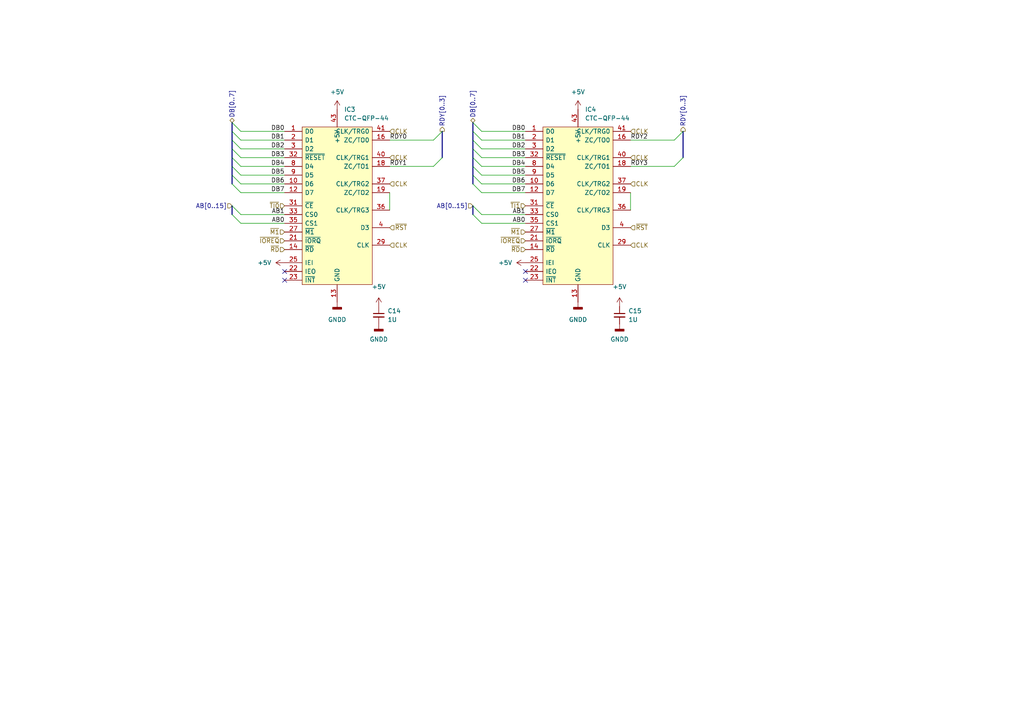
<source format=kicad_sch>
(kicad_sch (version 20211123) (generator eeschema)
  (paper "A4")
  (title_block (title "Z80 CPU INTERPOSER DMA AND DMA CONTROL") (date "2022-10-21") (rev "1030211022") (company "LISTOFOPTIONS"))
  (lib_symbols
    (symbol "CTC-QFP-44_1" (pin_names (offset 0.762))
      (property "Reference" "IC" (at 0 2.54 0))
      (property "Value" "CTC-QFP-44_1" (at 12.7 1.27 0))
      (symbol "CTC-QFP-44_1_0_0"
        (pin bidirectional line (at -5.08 -1.27 0) (length 5.08) (name "D0") (number "1"))
        (pin bidirectional line (at -5.08 -16.51 0) (length 5.08) (name "D6") (number "10"))
        (pin no_connect line (at 12.7 -10.16 0) (length 2.54) hide (name "NC") (number "11"))
        (pin bidirectional line (at -5.08 -19.05 0) (length 5.08) (name "D7") (number "12"))
        (pin power_in line (at 10.16 -50.8 90) (length 5.08) (name "GND") (number "13"))
        (pin input line (at -5.08 -35.56 0) (length 5.08) (name "~{RD}") (number "14"))
        (pin no_connect line (at 12.7 -17.78 0) (length 2.54) hide (name "NC") (number "15"))
        (pin output line (at 25.4 -3.81 180) (length 5.08) (name "ZC/TO0") (number "16"))
        (pin no_connect line (at 12.7 -12.7 0) (length 2.54) hide (name "NC") (number "17"))
        (pin output line (at 25.4 -11.43 180) (length 5.08) (name "ZC/TO1") (number "18"))
        (pin output line (at 25.4 -19.05 180) (length 5.08) (name "ZC/TO2") (number "19"))
        (pin bidirectional line (at -5.08 -3.81 0) (length 5.08) (name "D1") (number "2"))
        (pin no_connect line (at 12.7 -20.32 0) (length 2.54) hide (name "NC") (number "20"))
        (pin input line (at -5.08 -33.02 0) (length 5.08) (name "~{IORQ}") (number "21"))
        (pin output line (at -5.08 -41.91 0) (length 5.08) (name "IEO") (number "22"))
        (pin open_collector line (at -5.08 -44.45 0) (length 5.08) (name "~{INT}") (number "23"))
        (pin no_connect line (at 12.7 -15.24 0) (length 2.54) hide (name "NC") (number "24"))
        (pin input line (at -5.08 -39.37 0) (length 5.08) (name "IEI") (number "25"))
        (pin no_connect line (at 12.7 -22.86 0) (length 2.54) hide (name "NC") (number "26"))
        (pin input line (at -5.08 -30.48 0) (length 5.08) (name "~{M1}") (number "27"))
        (pin no_connect line (at 12.7 -25.4 0) (length 2.54) hide (name "NC") (number "28"))
        (pin input line (at 25.4 -34.29 180) (length 5.08) (name "CLK") (number "29"))
        (pin bidirectional line (at -5.08 -6.35 0) (length 5.08) (name "D2") (number "3"))
        (pin no_connect line (at 12.7 -43.18 0) (length 2.54) hide (name "NC") (number "30"))
        (pin input line (at -5.08 -22.86 0) (length 5.08) (name "~{CE}") (number "31"))
        (pin input line (at -5.08 -8.89 0) (length 5.08) (name "~{RESET}") (number "32"))
        (pin input line (at -5.08 -25.4 0) (length 5.08) (name "CS0") (number "33"))
        (pin no_connect line (at 12.7 -27.94 0) (length 2.54) hide (name "NC") (number "34"))
        (pin input line (at -5.08 -27.94 0) (length 5.08) (name "CS1") (number "35"))
        (pin input line (at 25.4 -24.13 180) (length 5.08) (name "CLK/TRG3") (number "36"))
        (pin input line (at 25.4 -16.51 180) (length 5.08) (name "CLK/TRG2") (number "37"))
        (pin no_connect line (at 12.7 -35.56 0) (length 2.54) hide (name "NC") (number "38"))
        (pin no_connect line (at 12.7 -40.64 0) (length 2.54) hide (name "NC") (number "39"))
        (pin bidirectional line (at 25.4 -29.21 180) (length 5.08) (name "D3") (number "4"))
        (pin input line (at 25.4 -8.89 180) (length 5.08) (name "CLK/TRG1") (number "40"))
        (pin input line (at 25.4 -1.27 180) (length 5.08) (name "CLK/TRG0") (number "41"))
        (pin no_connect line (at 12.7 -33.02 0) (length 2.54) hide (name "NC") (number "42"))
        (pin power_in line (at 10.16 5.08 270) (length 5.08) (name "+5V") (number "43"))
        (pin no_connect line (at 12.7 -38.1 0) (length 2.54) hide (name "NC") (number "44"))
        (pin no_connect line (at 12.7 -30.48 0) (length 2.54) hide (name "NC") (number "5"))
        (pin no_connect line (at 12.7 -7.62 0) (length 2.54) hide (name "NC") (number "6"))
        (pin no_connect line (at 12.7 -5.08 0) (length 2.54) hide (name "NC") (number "7"))
        (pin bidirectional line (at -5.08 -11.43 0) (length 5.08) (name "D4") (number "8"))
        (pin bidirectional line (at -5.08 -13.97 0) (length 5.08) (name "D5") (number "9"))
      )
      (symbol "CTC-QFP-44_1_0_1"
        (rectangle (start 0 0) (end 20.32 -45.72) (fill (type background)))
      )
    )
    (symbol "Device:C_Small" (pin_numbers hide) (pin_names (offset 0.254) hide)
      (property "Reference" "C" (at 0.254 1.778 0))
      (property "Value" "C_Small" (at 0.254 -2.032 0))
      (symbol "C_Small_0_1"
        (polyline (pts (xy -1.524 -0.508) (xy 1.524 -0.508)) (stroke (width 0.3302)))
        (polyline (pts (xy -1.524 0.508) (xy 1.524 0.508)) (stroke (width 0.3048)))
      )
      (symbol "C_Small_1_1"
        (pin passive line (at 0 2.54 270) (length 2.032) (name "~") (number "1"))
        (pin passive line (at 0 -2.54 90) (length 2.032) (name "~") (number "2"))
      )
    )
    (symbol "Zilog_Z80_Peripherals:CTC-QFP-44" (pin_names (offset 0.762))
      (property "Reference" "IC" (at 0 2.54 0))
      (property "Value" "CTC-QFP-44" (at 12.7 1.27 0))
      (symbol "CTC-QFP-44_0_0"
        (pin bidirectional line (at -5.08 -1.27 0) (length 5.08) (name "D0") (number "1"))
        (pin bidirectional line (at -5.08 -16.51 0) (length 5.08) (name "D6") (number "10"))
        (pin no_connect line (at 12.7 -10.16 0) (length 2.54) hide (name "NC") (number "11"))
        (pin bidirectional line (at -5.08 -19.05 0) (length 5.08) (name "D7") (number "12"))
        (pin power_in line (at 10.16 -50.8 90) (length 5.08) (name "GND") (number "13"))
        (pin input line (at -5.08 -35.56 0) (length 5.08) (name "~{RD}") (number "14"))
        (pin no_connect line (at 12.7 -17.78 0) (length 2.54) hide (name "NC") (number "15"))
        (pin output line (at 25.4 -3.81 180) (length 5.08) (name "ZC/TO0") (number "16"))
        (pin no_connect line (at 12.7 -12.7 0) (length 2.54) hide (name "NC") (number "17"))
        (pin output line (at 25.4 -11.43 180) (length 5.08) (name "ZC/TO1") (number "18"))
        (pin output line (at 25.4 -19.05 180) (length 5.08) (name "ZC/TO2") (number "19"))
        (pin bidirectional line (at -5.08 -3.81 0) (length 5.08) (name "D1") (number "2"))
        (pin no_connect line (at 12.7 -20.32 0) (length 2.54) hide (name "NC") (number "20"))
        (pin input line (at -5.08 -33.02 0) (length 5.08) (name "~{IORQ}") (number "21"))
        (pin output line (at -5.08 -41.91 0) (length 5.08) (name "IEO") (number "22"))
        (pin open_collector line (at -5.08 -44.45 0) (length 5.08) (name "~{INT}") (number "23"))
        (pin no_connect line (at 12.7 -15.24 0) (length 2.54) hide (name "NC") (number "24"))
        (pin input line (at -5.08 -39.37 0) (length 5.08) (name "IEI") (number "25"))
        (pin no_connect line (at 12.7 -22.86 0) (length 2.54) hide (name "NC") (number "26"))
        (pin input line (at -5.08 -30.48 0) (length 5.08) (name "~{M1}") (number "27"))
        (pin no_connect line (at 12.7 -25.4 0) (length 2.54) hide (name "NC") (number "28"))
        (pin input line (at 25.4 -34.29 180) (length 5.08) (name "CLK") (number "29"))
        (pin bidirectional line (at -5.08 -6.35 0) (length 5.08) (name "D2") (number "3"))
        (pin no_connect line (at 12.7 -43.18 0) (length 2.54) hide (name "NC") (number "30"))
        (pin input line (at -5.08 -22.86 0) (length 5.08) (name "~{CE}") (number "31"))
        (pin input line (at -5.08 -8.89 0) (length 5.08) (name "~{RESET}") (number "32"))
        (pin input line (at -5.08 -25.4 0) (length 5.08) (name "CS0") (number "33"))
        (pin no_connect line (at 12.7 -27.94 0) (length 2.54) hide (name "NC") (number "34"))
        (pin input line (at -5.08 -27.94 0) (length 5.08) (name "CS1") (number "35"))
        (pin input line (at 25.4 -24.13 180) (length 5.08) (name "CLK/TRG3") (number "36"))
        (pin input line (at 25.4 -16.51 180) (length 5.08) (name "CLK/TRG2") (number "37"))
        (pin no_connect line (at 12.7 -35.56 0) (length 2.54) hide (name "NC") (number "38"))
        (pin no_connect line (at 12.7 -40.64 0) (length 2.54) hide (name "NC") (number "39"))
        (pin bidirectional line (at 25.4 -29.21 180) (length 5.08) (name "D3") (number "4"))
        (pin input line (at 25.4 -8.89 180) (length 5.08) (name "CLK/TRG1") (number "40"))
        (pin input line (at 25.4 -1.27 180) (length 5.08) (name "CLK/TRG0") (number "41"))
        (pin no_connect line (at 12.7 -33.02 0) (length 2.54) hide (name "NC") (number "42"))
        (pin power_in line (at 10.16 5.08 270) (length 5.08) (name "+5V") (number "43"))
        (pin no_connect line (at 12.7 -38.1 0) (length 2.54) hide (name "NC") (number "44"))
        (pin no_connect line (at 12.7 -30.48 0) (length 2.54) hide (name "NC") (number "5"))
        (pin no_connect line (at 12.7 -7.62 0) (length 2.54) hide (name "NC") (number "6"))
        (pin no_connect line (at 12.7 -5.08 0) (length 2.54) hide (name "NC") (number "7"))
        (pin bidirectional line (at -5.08 -11.43 0) (length 5.08) (name "D4") (number "8"))
        (pin bidirectional line (at -5.08 -13.97 0) (length 5.08) (name "D5") (number "9"))
      )
      (symbol "CTC-QFP-44_0_1"
        (rectangle (start 0 0) (end 20.32 -45.72) (fill (type background)))
      )
    )
    (symbol "power:+5V" (power) (pin_names (offset 0))
      (property "Value" "+5V" (at 0 3.556 0))
      (symbol "+5V_0_1"
        (polyline (pts (xy -0.762 1.27) (xy 0 2.54)))
        (polyline (pts (xy 0 0) (xy 0 2.54)))
        (polyline (pts (xy 0 2.54) (xy 0.762 1.27)))
      )
      (symbol "+5V_1_1"
        (pin power_in line (at 0 0 90) (length 0) hide (name "+5V") (number "1"))
      )
    )
    (symbol "power:GNDD" (power) (pin_names (offset 0))
      (property "Value" "GNDD" (at 0 -3.175 0))
      (symbol "GNDD_0_1"
        (rectangle (start -1.27 -1.524) (end 1.27 -2.032) (stroke (width 0.254)) (fill (type outline)))
        (polyline (pts (xy 0 0) (xy 0 -1.524)))
      )
      (symbol "GNDD_1_1"
        (pin power_in line (at 0 0 270) (length 0) hide (name "GNDD") (number "1"))
      )
    )
  )
  (no_connect (at 82.55 78.74))
  (no_connect (at 152.4 81.28))
  (no_connect (at 152.4 78.74))
  (no_connect (at 82.55 81.28))
  (bus_entry (at 67.31 43.18) (size 2.54 2.54))
  (bus_entry (at 137.16 59.69) (size 2.54 2.54))
  (bus_entry (at 67.31 62.23) (size 2.54 2.54))
  (bus_entry (at 137.16 35.56) (size 2.54 2.54))
  (bus_entry (at 67.31 50.8) (size 2.54 2.54))
  (bus_entry (at 128.27 38.1) (size -2.54 2.54))
  (bus_entry (at 137.16 50.8) (size 2.54 2.54))
  (bus_entry (at 128.27 45.72) (size -2.54 2.54))
  (bus_entry (at 198.12 38.1) (size -2.54 2.54))
  (bus_entry (at 137.16 38.1) (size 2.54 2.54))
  (bus_entry (at 67.31 48.26) (size 2.54 2.54))
  (bus_entry (at 67.31 53.34) (size 2.54 2.54))
  (bus_entry (at 137.16 62.23) (size 2.54 2.54))
  (bus_entry (at 137.16 43.18) (size 2.54 2.54))
  (bus_entry (at 67.31 35.56) (size 2.54 2.54))
  (bus_entry (at 67.31 38.1) (size 2.54 2.54))
  (bus_entry (at 67.31 59.69) (size 2.54 2.54))
  (bus_entry (at 137.16 53.34) (size 2.54 2.54))
  (bus_entry (at 198.12 45.72) (size -2.54 2.54))
  (bus_entry (at 67.31 40.64) (size 2.54 2.54))
  (bus_entry (at 137.16 40.64) (size 2.54 2.54))
  (bus_entry (at 137.16 45.72) (size 2.54 2.54))
  (bus_entry (at 137.16 48.26) (size 2.54 2.54))
  (bus_entry (at 67.31 45.72) (size 2.54 2.54))
  (wire (pts (xy 139.7 43.18) (xy 152.4 43.18)))
  (wire (pts (xy 69.85 40.64) (xy 82.55 40.64)))
  (bus (pts (xy 67.31 48.26) (xy 67.31 50.8)))
  (bus (pts (xy 67.31 59.69) (xy 67.31 62.23)))
  (wire (pts (xy 69.85 55.88) (xy 82.55 55.88)))
  (bus (pts (xy 137.16 40.64) (xy 137.16 43.18)))
  (bus (pts (xy 67.31 35.56) (xy 67.31 38.1)))
  (bus (pts (xy 198.12 38.1) (xy 198.12 45.72)))
  (wire (pts (xy 69.85 45.72) (xy 82.55 45.72)))
  (wire (pts (xy 69.85 62.23) (xy 82.55 62.23)))
  (bus (pts (xy 137.16 45.72) (xy 137.16 48.26)))
  (bus (pts (xy 137.16 59.69) (xy 137.16 62.23)))
  (bus (pts (xy 67.31 45.72) (xy 67.31 48.26)))
  (bus (pts (xy 67.31 50.8) (xy 67.31 53.34)))
  (wire (pts (xy 139.7 62.23) (xy 152.4 62.23)))
  (wire (pts (xy 195.58 40.64) (xy 182.88 40.64)))
  (wire (pts (xy 125.73 48.26) (xy 113.03 48.26)))
  (bus (pts (xy 137.16 43.18) (xy 137.16 45.72)))
  (bus (pts (xy 67.31 38.1) (xy 67.31 40.64)))
  (wire (pts (xy 69.85 53.34) (xy 82.55 53.34)))
  (bus (pts (xy 137.16 50.8) (xy 137.16 53.34)))
  (wire (pts (xy 139.7 40.64) (xy 152.4 40.64)))
  (wire (pts (xy 139.7 53.34) (xy 152.4 53.34)))
  (wire (pts (xy 182.88 55.88) (xy 182.88 60.96)))
  (wire (pts (xy 195.58 48.26) (xy 182.88 48.26)))
  (wire (pts (xy 69.85 38.1) (xy 82.55 38.1)))
  (bus (pts (xy 67.31 43.18) (xy 67.31 45.72)))
  (wire (pts (xy 69.85 43.18) (xy 82.55 43.18)))
  (bus (pts (xy 67.31 40.64) (xy 67.31 43.18)))
  (bus (pts (xy 137.16 38.1) (xy 137.16 40.64)))
  (wire (pts (xy 139.7 38.1) (xy 152.4 38.1)))
  (wire (pts (xy 125.73 40.64) (xy 113.03 40.64)))
  (wire (pts (xy 113.03 55.88) (xy 113.03 60.96)))
  (bus (pts (xy 128.27 38.1) (xy 128.27 45.72)))
  (wire (pts (xy 152.4 64.77) (xy 139.7 64.77)))
  (wire (pts (xy 82.55 64.77) (xy 69.85 64.77)))
  (bus (pts (xy 137.16 48.26) (xy 137.16 50.8)))
  (wire (pts (xy 139.7 45.72) (xy 152.4 45.72)))
  (wire (pts (xy 139.7 48.26) (xy 152.4 48.26)))
  (wire (pts (xy 69.85 48.26) (xy 82.55 48.26)))
  (wire (pts (xy 69.85 50.8) (xy 82.55 50.8)))
  (bus (pts (xy 137.16 35.56) (xy 137.16 38.1)))
  (wire (pts (xy 139.7 50.8) (xy 152.4 50.8)))
  (wire (pts (xy 139.7 55.88) (xy 152.4 55.88)))
  (label "DB5" (at 82.55 50.8 180))
  (label "DB0" (at 82.55 38.1 180))
  (label "DB7" (at 82.55 55.88 180))
  (label "DB5" (at 152.4 50.8 180))
  (label "DB4" (at 152.4 48.26 180))
  (label "AB0" (at 152.4 64.77 180))
  (label "DB1" (at 82.55 40.64 180))
  (label "AB1" (at 82.55 62.23 180))
  (label "RDY0" (at 113.03 40.64 0))
  (label "DB4" (at 82.55 48.26 180))
  (label "RDY3" (at 182.88 48.26 0))
  (label "DB2" (at 152.4 43.18 180))
  (label "DB3" (at 82.55 45.72 180))
  (label "AB1" (at 152.4 62.23 180))
  (label "RDY2" (at 182.88 40.64 0))
  (label "AB0" (at 82.55 64.77 180))
  (label "DB3" (at 152.4 45.72 180))
  (label "DB6" (at 82.55 53.34 180))
  (label "DB2" (at 82.55 43.18 180))
  (label "RDY1" (at 113.03 48.26 0))
  (label "DB1" (at 152.4 40.64 180))
  (label "DB0" (at 152.4 38.1 180))
  (label "DB6" (at 152.4 53.34 180))
  (label "DB7" (at 152.4 55.88 180))
  (hierarchical_label "RDY[0..3]" (shape output) (at 128.27 38.1 90))
  (hierarchical_label "DB[0..7]" (shape bidirectional) (at 137.16 35.56 90))
  (hierarchical_label "CLK" (shape input) (at 113.03 38.1 0))
  (hierarchical_label "CLK" (shape input) (at 182.88 45.72 0))
  (hierarchical_label "RDY[0..3]" (shape output) (at 198.12 38.1 90))
  (hierarchical_label "~{TI1}" (shape input) (at 152.4 59.69 180))
  (hierarchical_label "CLK" (shape input) (at 113.03 71.12 0))
  (hierarchical_label "~{M1}" (shape input) (at 82.55 67.31 180))
  (hierarchical_label "AB[0..15]" (shape input) (at 137.16 59.69 180))
  (hierarchical_label "~{M1}" (shape input) (at 152.4 67.31 180))
  (hierarchical_label "~{IOREQ}" (shape input) (at 82.55 69.85 180))
  (hierarchical_label "~{TI0}" (shape input) (at 82.55 59.69 180))
  (hierarchical_label "CLK" (shape input) (at 182.88 71.12 0))
  (hierarchical_label "CLK" (shape input) (at 182.88 53.34 0))
  (hierarchical_label "CLK" (shape input) (at 182.88 38.1 0))
  (hierarchical_label "DB[0..7]" (shape bidirectional) (at 67.31 35.56 90))
  (hierarchical_label "CLK" (shape input) (at 113.03 53.34 0))
  (hierarchical_label "~{RD}" (shape input) (at 82.55 72.39 180))
  (hierarchical_label "CLK" (shape input) (at 113.03 45.72 0))
  (hierarchical_label "~{RD}" (shape input) (at 152.4 72.39 180))
  (hierarchical_label "AB[0..15]" (shape input) (at 67.31 59.69 180))
  (hierarchical_label "~{RST}" (shape input) (at 182.88 66.04 0))
  (hierarchical_label "~{RST}" (shape input) (at 113.03 66.04 0))
  (hierarchical_label "~{IOREQ}" (shape input) (at 152.4 69.85 180))
  (symbol (lib_id "Device:C_Small") (at 109.855 91.44 0) (unit 1)
    (property "Reference" "C14" (at 112.395 90.1762 0) (effects (justify left)))
    (property "Value" "1U" (at 112.395 92.7162 0) (effects (justify left)))
    (property "Footprint" "Capacitor_SMD:C_1206_3216Metric" (effects hide))
  )
  (symbol (lib_id "Device:C_Small") (at 179.705 91.44 0) (unit 1)
    (property "Reference" "C15" (at 182.245 90.1762 0) (effects (justify left)))
    (property "Value" "1U" (at 182.245 92.7162 0) (effects (justify left)))
    (property "Footprint" "Capacitor_SMD:C_1206_3216Metric" (effects hide))
  )
  (symbol (lib_name "CTC-QFP-44_1") (lib_id "Zilog_Z80_Peripherals:CTC-QFP-44") (at 87.63 36.83 0) (unit 1)
    (property "Reference" "IC3" (at 99.8094 31.75 0) (effects (justify left)))
    (property "Value" "CTC-QFP-44" (at 99.8094 34.29 0) (effects (justify left)))
    (property "Footprint" "Package_QFP:LQFP-44_10x10mm_P0.8mm" (effects hide))
    (property "Datasheet" "http://www.zilog.com/docs/z80/ps0181.pdf" (effects hide))
    (property "Description" "Z8430 Zilog CTC" (effects hide))
    (property "Height" "5.21" (effects hide))
    (property "Manufacturer_Name" "Zilog" (effects hide))
    (property "Manufacturer_Part_Number" "Z84C3010PEG" (effects hide))
    (property "Mouser Part Number" "692-Z84C3010PEG" (effects hide))
    (property "Mouser Price/Stock" "https://www.mouser.com/Search/Refine.aspx?Keyword=692-Z84C3010PEG" (effects hide))
  )
  (symbol (lib_id "power:+5V") (at 152.4 76.2 90) (unit 1)
    (property "Reference" "#PWR089" (effects hide))
    (property "Value" "+5V" (at 148.59 76.1999 90) (effects (justify left)))
  )
  (symbol (lib_id "power:+5V") (at 97.79 31.75 0) (unit 1)
    (property "Reference" "#PWR085" (effects hide))
    (property "Value" "+5V" (at 97.79 26.67 0))
  )
  (symbol (lib_id "power:+5V") (at 109.855 88.9 0) (unit 1)
    (property "Reference" "#PWR087" (effects hide))
    (property "Value" "+5V" (at 109.855 83.185 0))
  )
  (symbol (lib_id "power:GNDD") (at 97.79 87.63 0) (unit 1)
    (property "Reference" "#PWR086" (effects hide))
    (property "Value" "GNDD" (at 97.79 92.71 0))
  )
  (symbol (lib_id "power:+5V") (at 179.705 88.9 0) (unit 1)
    (property "Reference" "#PWR092" (effects hide))
    (property "Value" "+5V" (at 179.705 83.185 0))
  )
  (symbol (lib_id "power:GNDD") (at 109.855 93.98 0) (unit 1)
    (property "Reference" "#PWR088" (effects hide))
    (property "Value" "GNDD" (at 109.855 98.425 0))
  )
  (symbol (lib_id "power:+5V") (at 82.55 76.2 90) (unit 1)
    (property "Reference" "#PWR084" (effects hide))
    (property "Value" "+5V" (at 78.74 76.1999 90) (effects (justify left)))
  )
  (symbol (lib_id "power:GNDD") (at 167.64 87.63 0) (unit 1)
    (property "Reference" "#PWR091" (effects hide))
    (property "Value" "GNDD" (at 167.64 92.71 0))
  )
  (symbol (lib_id "Zilog_Z80_Peripherals:CTC-QFP-44") (at 157.48 36.83 0) (unit 1)
    (property "Reference" "IC4" (at 169.6594 31.75 0) (effects (justify left)))
    (property "Value" "CTC-QFP-44" (at 169.6594 34.29 0) (effects (justify left)))
    (property "Footprint" "Package_QFP:LQFP-44_10x10mm_P0.8mm" (effects hide))
    (property "Datasheet" "http://www.zilog.com/docs/z80/ps0181.pdf" (effects hide))
    (property "Description" "Z8430 Zilog CTC" (effects hide))
    (property "Height" "5.21" (effects hide))
    (property "Manufacturer_Name" "Zilog" (effects hide))
    (property "Manufacturer_Part_Number" "Z84C3010PEG" (effects hide))
    (property "Mouser Part Number" "692-Z84C3010PEG" (effects hide))
    (property "Mouser Price/Stock" "https://www.mouser.com/Search/Refine.aspx?Keyword=692-Z84C3010PEG" (effects hide))
  )
  (symbol (lib_id "power:GNDD") (at 179.705 93.98 0) (unit 1)
    (property "Reference" "#PWR093" (effects hide))
    (property "Value" "GNDD" (at 179.705 98.425 0))
  )
  (symbol (lib_id "power:+5V") (at 167.64 31.75 0) (unit 1)
    (property "Reference" "#PWR090" (effects hide))
    (property "Value" "+5V" (at 167.64 26.67 0))
  )
)
</source>
